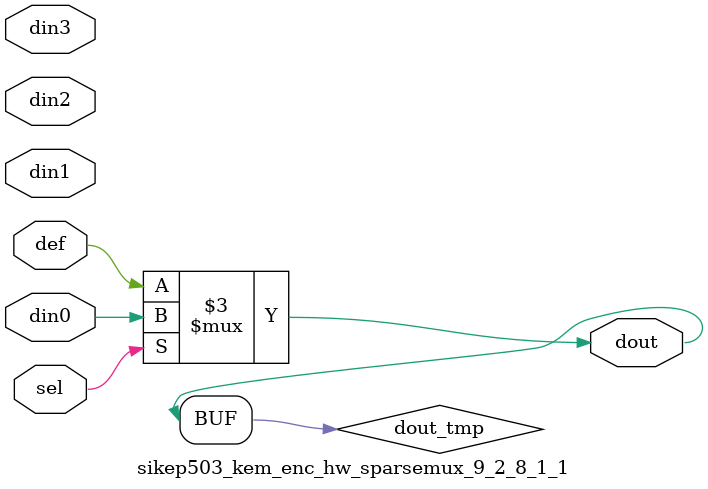
<source format=v>
`timescale 1ns / 1ps

module sikep503_kem_enc_hw_sparsemux_9_2_8_1_1 (din0,din1,din2,din3,def,sel,dout);

parameter din0_WIDTH = 1;

parameter din1_WIDTH = 1;

parameter din2_WIDTH = 1;

parameter din3_WIDTH = 1;

parameter def_WIDTH = 1;
parameter sel_WIDTH = 1;
parameter dout_WIDTH = 1;

parameter [sel_WIDTH-1:0] CASE0 = 1;

parameter [sel_WIDTH-1:0] CASE1 = 1;

parameter [sel_WIDTH-1:0] CASE2 = 1;

parameter [sel_WIDTH-1:0] CASE3 = 1;

parameter ID = 1;
parameter NUM_STAGE = 1;



input [din0_WIDTH-1:0] din0;

input [din1_WIDTH-1:0] din1;

input [din2_WIDTH-1:0] din2;

input [din3_WIDTH-1:0] din3;

input [def_WIDTH-1:0] def;
input [sel_WIDTH-1:0] sel;

output [dout_WIDTH-1:0] dout;



reg [dout_WIDTH-1:0] dout_tmp;


always @ (*) begin
(* parallel_case *) case (sel)
    
    CASE0 : dout_tmp = din0;
    
    CASE1 : dout_tmp = din1;
    
    CASE2 : dout_tmp = din2;
    
    CASE3 : dout_tmp = din3;
    
    default : dout_tmp = def;
endcase
end


assign dout = dout_tmp;



endmodule

</source>
